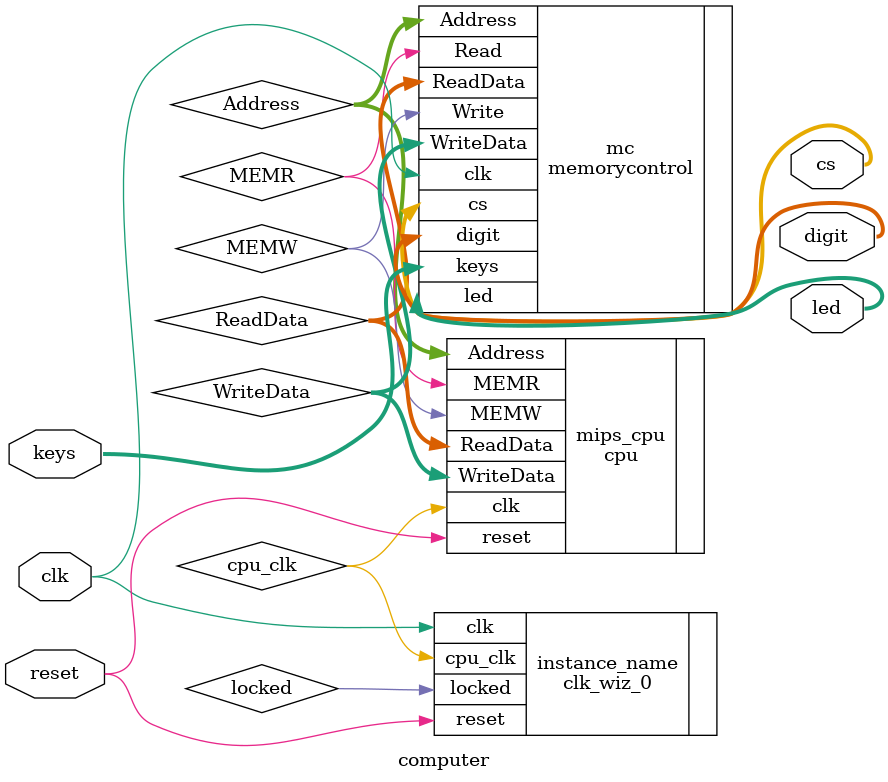
<source format=v>
module computer #(parameter width = 32, bits = 5)(
    // concerning cpu & memory
    input clk, reset,
    
    // concerning I/O
    input[3: 0] keys,
    output wire[15: 0] led,
    output wire[3: 0] cs,
    output wire[7: 0] digit
    );
    
    wire[31: 0] Address;
    wire[31: 0] WriteData;
    wire MEMR;
    wire MEMW;
    wire[31: 0] ReadData;
    wire cpu_clk, locked;
    
    cpu #(32, 5) mips_cpu(
        .clk(cpu_clk),
        .reset(reset),
        .ReadData(ReadData),
        .WriteData(WriteData),
        .Address(Address),
        .MEMR(MEMR),
        .MEMW(MEMW)
        );
        
    memorycontrol mc(
        .clk(clk),
        .ReadData(ReadData),
        .WriteData(WriteData),
        .Address(Address),
        .Read(MEMR),
        .Write(MEMW),
        .keys(keys),
        .led(led),
        .cs(cs),
        .digit(digit)
        );
        
    clk_wiz_0 instance_name
       (
        // Clock out ports
        .cpu_clk(cpu_clk),     // output cpu_clk
        // Status and control signals
        .reset(reset), // input reset
        .locked(locked),       // output locked
       // Clock in ports
        .clk(clk)  // input clk_in1
        );      
        
endmodule
</source>
